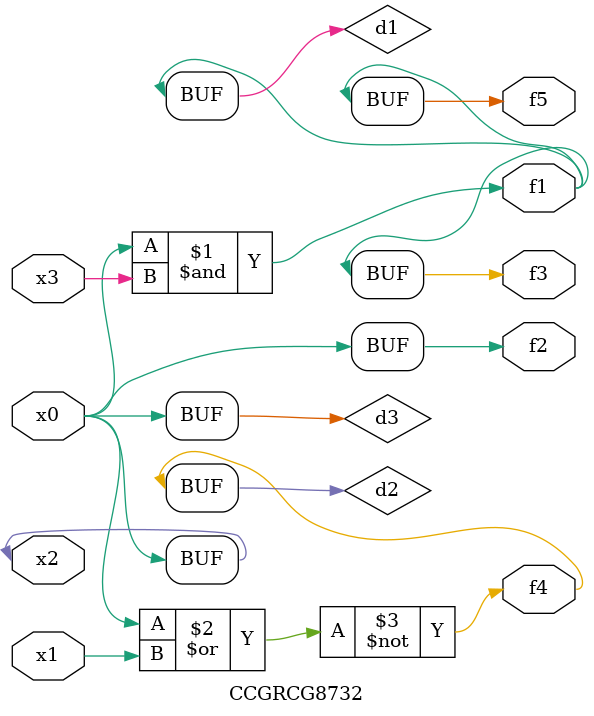
<source format=v>
module CCGRCG8732(
	input x0, x1, x2, x3,
	output f1, f2, f3, f4, f5
);

	wire d1, d2, d3;

	and (d1, x2, x3);
	nor (d2, x0, x1);
	buf (d3, x0, x2);
	assign f1 = d1;
	assign f2 = d3;
	assign f3 = d1;
	assign f4 = d2;
	assign f5 = d1;
endmodule

</source>
